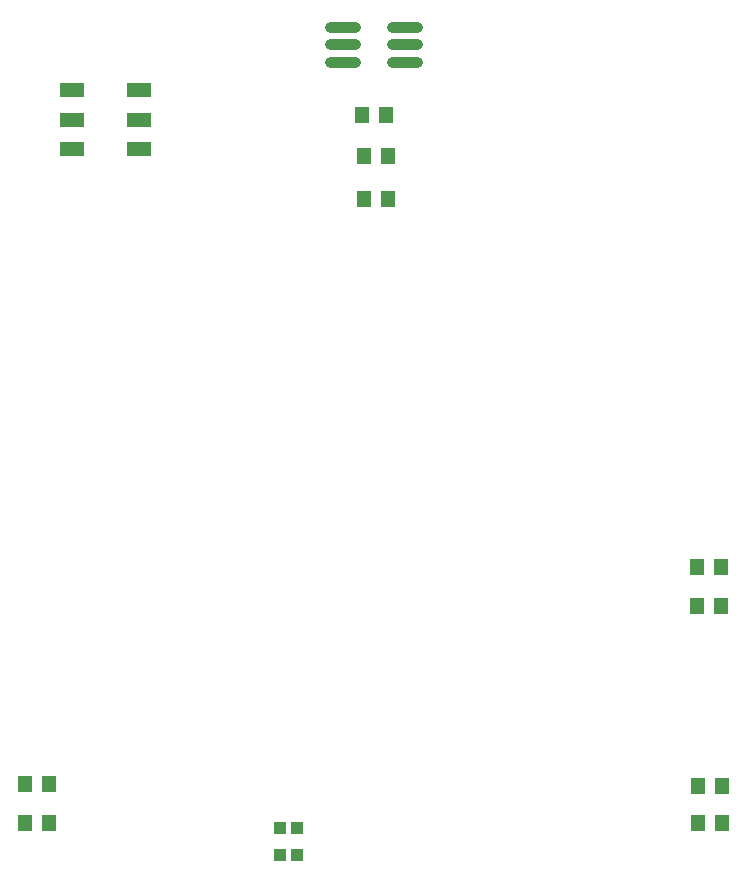
<source format=gtp>
G04 Layer: TopPasteMaskLayer*
G04 EasyEDA v6.3.22, 2020-04-01T11:54:54--7:00*
G04 ca9891681b394fd3aee58acbbe32b52a,95dd31e7bbc04d03a1fa04b442bf807f,10*
G04 Gerber Generator version 0.2*
G04 Scale: 100 percent, Rotated: No, Reflected: No *
G04 Dimensions in millimeters *
G04 leading zeros omitted , absolute positions ,3 integer and 3 decimal *
%FSLAX33Y33*%
%MOMM*%
G90*
G71D02*

%ADD15C,0.899998*%
%ADD19R,1.999996X1.199896*%
%ADD20R,0.999998X1.099998*%
%ADD21R,1.160018X1.450010*%

%LPD*%
G54D15*
G01X29176Y97155D02*
G01X31276Y97155D01*
G01X29176Y95653D02*
G01X31276Y95653D01*
G01X29176Y94155D02*
G01X31276Y94155D01*
G01X34426Y97155D02*
G01X36526Y97155D01*
G01X34426Y95653D02*
G01X36526Y95653D01*
G01X34426Y94155D02*
G01X36526Y94155D01*
G54D19*
G01X7310Y89281D03*
G01X7310Y86781D03*
G01X13010Y91780D03*
G01X13010Y89281D03*
G01X13010Y86781D03*
G01X7310Y91780D03*
G54D20*
G01X24953Y29337D03*
G01X26354Y29337D03*
G54D21*
G01X60198Y48133D03*
G01X62230Y48133D03*
G01X60325Y29718D03*
G01X62357Y29718D03*
G01X3302Y29718D03*
G01X5334Y29718D03*
G01X31877Y89662D03*
G01X33909Y89662D03*
G54D20*
G01X24953Y27051D03*
G01X26354Y27051D03*
G54D21*
G01X32004Y86233D03*
G01X34036Y86233D03*
G01X32004Y82550D03*
G01X34036Y82550D03*
G01X60198Y51435D03*
G01X62230Y51435D03*
G01X60325Y32893D03*
G01X62357Y32893D03*
G01X3302Y33020D03*
G01X5334Y33020D03*
M00*
M02*

</source>
